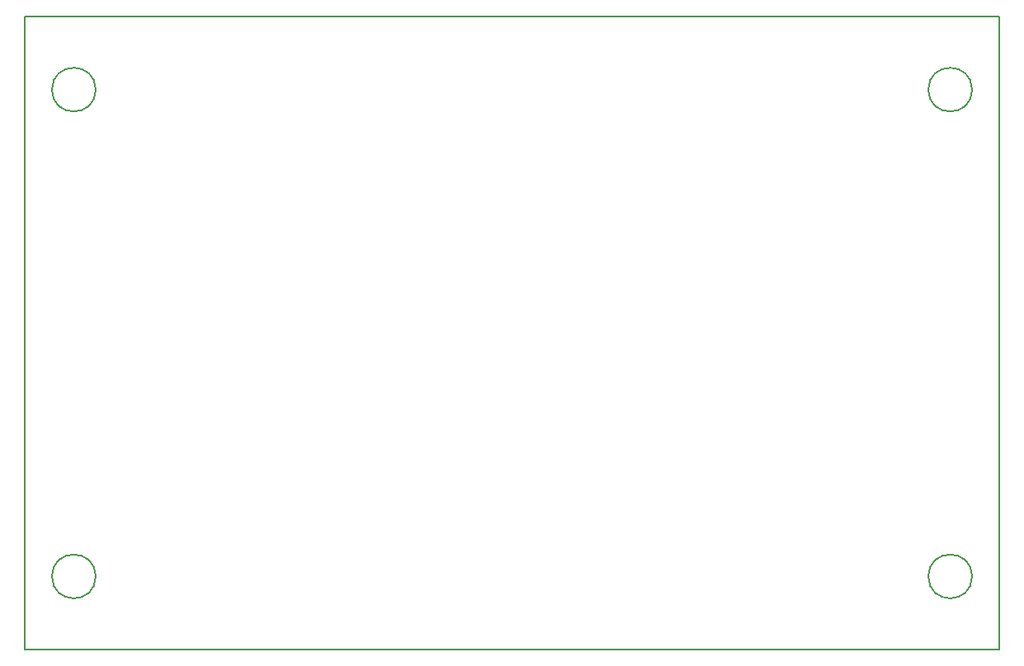
<source format=gbr>
%TF.GenerationSoftware,KiCad,Pcbnew,(5.1.6)-1*%
%TF.CreationDate,2020-12-17T17:18:29+01:00*%
%TF.ProjectId,Ingressi,496e6772-6573-4736-992e-6b696361645f,v1.0*%
%TF.SameCoordinates,Original*%
%TF.FileFunction,Profile,NP*%
%FSLAX46Y46*%
G04 Gerber Fmt 4.6, Leading zero omitted, Abs format (unit mm)*
G04 Created by KiCad (PCBNEW (5.1.6)-1) date 2020-12-17 17:18:29*
%MOMM*%
%LPD*%
G01*
G04 APERTURE LIST*
%TA.AperFunction,Profile*%
%ADD10C,0.150000*%
%TD*%
G04 APERTURE END LIST*
D10*
X32250000Y-32500000D02*
G75*
G03*
X32250000Y-32500000I-2250000J0D01*
G01*
X125000000Y-25000000D02*
X125000000Y-90000000D01*
X25000000Y-90000000D02*
X25000000Y-25000000D01*
X122250000Y-32500000D02*
G75*
G03*
X122250000Y-32500000I-2250000J0D01*
G01*
X122250000Y-82500000D02*
G75*
G03*
X122250000Y-82500000I-2250000J0D01*
G01*
X32250000Y-82500000D02*
G75*
G03*
X32250000Y-82500000I-2250000J0D01*
G01*
X25000000Y-25000000D02*
X125000000Y-25000000D01*
X125000000Y-90000000D02*
X25000000Y-90000000D01*
M02*

</source>
